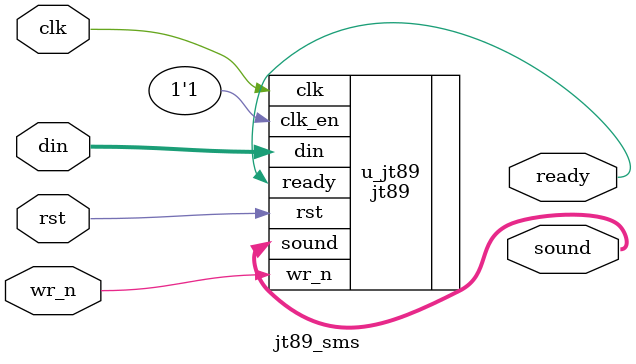
<source format=v>

/*  This file is part of JT89.

    JT89 is free software: you can redistribute it and/or modify
    it under the terms of the GNU General Public License as published by
    the Free Software Foundation, either version 3 of the License, or
    (at your option) any later version.

    JT89 is distributed in the hope that it will be useful,
    but WITHOUT ANY WARRANTY; without even the implied warranty of
    MERCHANTABILITY or FITNESS FOR A PARTICULAR PURPOSE.  See the
    GNU General Public License for more details.

    You should have received a copy of the GNU General Public License
    along with JT89.  If not, see <http://www.gnu.org/licenses/>.

    Author: Jose Tejada Gomez. Twitter: @topapate
    Version: 1.0
    Date: Dec, 22nd, 2018
    
    JT89 with x16 interpolation filter. For use with SEGA MASTER SYSTEM cores.
    
    */

module jt89_sms(
    input          clk,
    input          rst,
    input          wr_n,
    input    [7:0] din,
    output  signed [10:0] sound,
    output         ready
);

jt89 #(.interpol16(1)) u_jt89(
    .clk    ( clk       ),
    .clk_en ( 1'b1      ),
    .rst    ( rst       ),
    .wr_n   ( wr_n      ),
    .din    ( din       ),
    .sound  ( sound     ), // output interpolated at clk data rate
    .ready  ( ready     )
);

endmodule // jt89_sms
</source>
